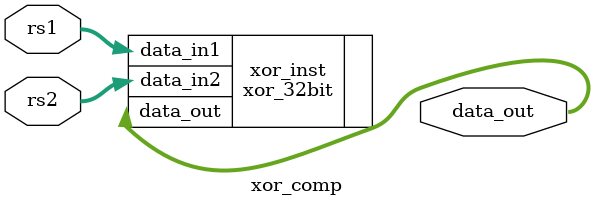
<source format=sv>
module xor_comp (
// Input and Output 
	// Input Logic
	input logic		[31 : 0]		rs1,
	input logic 	[31 : 0]		rs2,
	
	// Output logic 
	output logic 	[31 : 0]		data_out
);

// Xor element 
xor_32bit		xor_inst	(
		// Input Logic
			.data_in1		(rs1),
			.data_in2		(rs2),
	
	// Output logic 
			.data_out		(data_out)
);
endmodule

</source>
